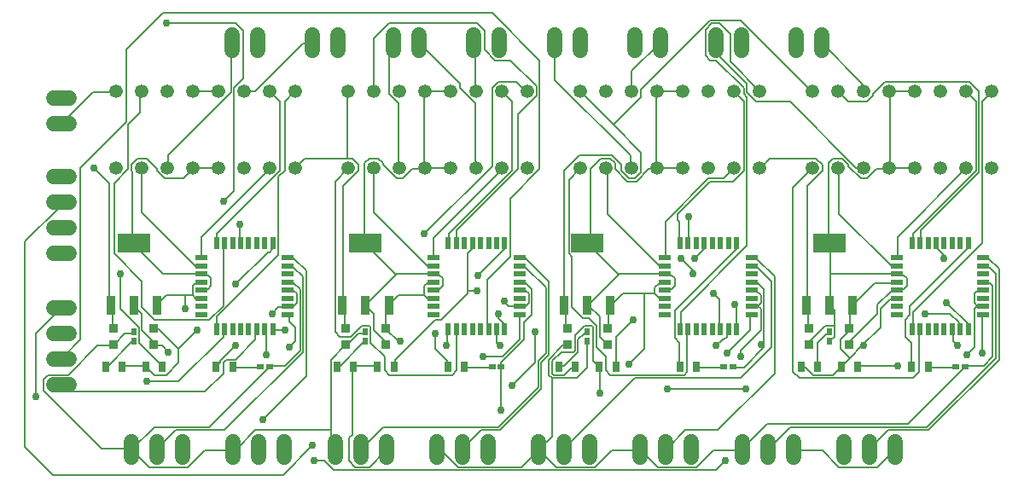
<source format=gbr>
G04 EAGLE Gerber RS-274X export*
G75*
%MOMM*%
%FSLAX34Y34*%
%LPD*%
%INTop Copper*%
%IPPOS*%
%AMOC8*
5,1,8,0,0,1.08239X$1,22.5*%
G01*
G04 Define Apertures*
%ADD10C,1.524000*%
%ADD11C,1.343400*%
%ADD12R,0.897900X1.860300*%
%ADD13R,3.189100X1.860300*%
%ADD14R,0.970200X0.920900*%
%ADD15R,0.500000X0.700000*%
%ADD16R,0.798700X0.973900*%
%ADD17R,0.700000X0.500000*%
%ADD18R,1.270000X0.558800*%
%ADD19R,0.558800X1.270000*%
%ADD20C,0.152400*%
%ADD21C,0.756400*%
D10*
X55720Y242400D02*
X40480Y242400D01*
X40480Y267800D02*
X55720Y267800D01*
X55720Y293200D02*
X40480Y293200D01*
X40480Y318600D02*
X55720Y318600D01*
X217300Y444280D02*
X217300Y459520D01*
X242700Y459520D02*
X242700Y444280D01*
X297300Y444280D02*
X297300Y459520D01*
X322700Y459520D02*
X322700Y444280D01*
X168580Y55720D02*
X168580Y40480D01*
X143180Y40480D02*
X143180Y55720D01*
X117780Y55720D02*
X117780Y40480D01*
X55720Y371000D02*
X40480Y371000D01*
X40480Y396400D02*
X55720Y396400D01*
D11*
X102350Y327470D03*
X127750Y327470D03*
X153150Y327470D03*
X178550Y327470D03*
X203950Y327470D03*
X229350Y327470D03*
X254750Y327470D03*
X280150Y327470D03*
X280150Y403670D03*
X254750Y403670D03*
X229350Y403670D03*
X203950Y403670D03*
X178550Y403670D03*
X153150Y403670D03*
X127750Y403670D03*
X102350Y403670D03*
D12*
X97000Y191213D03*
X120000Y191213D03*
X143000Y191213D03*
D13*
X120000Y252713D03*
D14*
X100000Y152254D03*
X100000Y167746D03*
X140000Y167746D03*
X140000Y152254D03*
D15*
X120000Y164500D03*
X120000Y155500D03*
D16*
X108152Y130000D03*
X91848Y130000D03*
X148152Y130000D03*
X131848Y130000D03*
D10*
X269554Y55720D02*
X269554Y40480D01*
X244154Y40480D02*
X244154Y55720D01*
X218754Y55720D02*
X218754Y40480D01*
X55720Y111900D02*
X40480Y111900D01*
X40480Y137300D02*
X55720Y137300D01*
X55720Y162700D02*
X40480Y162700D01*
X40480Y188100D02*
X55720Y188100D01*
X370529Y55720D02*
X370529Y40480D01*
X345129Y40480D02*
X345129Y55720D01*
X319729Y55720D02*
X319729Y40480D01*
X377300Y444280D02*
X377300Y459520D01*
X402700Y459520D02*
X402700Y444280D01*
X457300Y444280D02*
X457300Y459520D01*
X482700Y459520D02*
X482700Y444280D01*
D11*
X332631Y327470D03*
X358031Y327470D03*
X383431Y327470D03*
X408831Y327470D03*
X434231Y327470D03*
X459631Y327470D03*
X485031Y327470D03*
X510431Y327470D03*
X510431Y403670D03*
X485031Y403670D03*
X459631Y403670D03*
X434231Y403670D03*
X408831Y403670D03*
X383431Y403670D03*
X358031Y403670D03*
X332631Y403670D03*
D12*
X327000Y191213D03*
X350000Y191213D03*
X373000Y191213D03*
D13*
X350000Y252713D03*
D14*
X330000Y152254D03*
X330000Y167746D03*
X370000Y167746D03*
X370000Y152254D03*
D15*
X350000Y164500D03*
X350000Y155500D03*
D16*
X338152Y130000D03*
X321848Y130000D03*
X378152Y130000D03*
X361848Y130000D03*
D10*
X471503Y55720D02*
X471503Y40480D01*
X446103Y40480D02*
X446103Y55720D01*
X420703Y55720D02*
X420703Y40480D01*
X572477Y40480D02*
X572477Y55720D01*
X547077Y55720D02*
X547077Y40480D01*
X521677Y40480D02*
X521677Y55720D01*
X537300Y444280D02*
X537300Y459520D01*
X562700Y459520D02*
X562700Y444280D01*
X617300Y444280D02*
X617300Y459520D01*
X642700Y459520D02*
X642700Y444280D01*
D11*
X562912Y327470D03*
X588312Y327470D03*
X613712Y327470D03*
X639112Y327470D03*
X664512Y327470D03*
X689912Y327470D03*
X715312Y327470D03*
X740712Y327470D03*
X740712Y403670D03*
X715312Y403670D03*
X689912Y403670D03*
X664512Y403670D03*
X639112Y403670D03*
X613712Y403670D03*
X588312Y403670D03*
X562912Y403670D03*
D12*
X547000Y191213D03*
X570000Y191213D03*
X593000Y191213D03*
D13*
X570000Y252713D03*
D14*
X550000Y152254D03*
X550000Y167746D03*
X590000Y167746D03*
X590000Y152254D03*
D15*
X570000Y155500D03*
X570000Y164500D03*
D16*
X558152Y130000D03*
X541848Y130000D03*
X598152Y130000D03*
X581848Y130000D03*
D10*
X673451Y55720D02*
X673451Y40480D01*
X648051Y40480D02*
X648051Y55720D01*
X622651Y55720D02*
X622651Y40480D01*
X774426Y40480D02*
X774426Y55720D01*
X749026Y55720D02*
X749026Y40480D01*
X723626Y40480D02*
X723626Y55720D01*
X697300Y444280D02*
X697300Y459520D01*
X722700Y459520D02*
X722700Y444280D01*
X777300Y444280D02*
X777300Y459520D01*
X802700Y459520D02*
X802700Y444280D01*
D11*
X793193Y327470D03*
X818593Y327470D03*
X843993Y327470D03*
X869393Y327470D03*
X894793Y327470D03*
X920193Y327470D03*
X945593Y327470D03*
X970993Y327470D03*
X970993Y403670D03*
X945593Y403670D03*
X920193Y403670D03*
X894793Y403670D03*
X869393Y403670D03*
X843993Y403670D03*
X818593Y403670D03*
X793193Y403670D03*
D12*
X787000Y191213D03*
X810000Y191213D03*
X833000Y191213D03*
D13*
X810000Y252713D03*
D14*
X790000Y152254D03*
X790000Y167746D03*
X830000Y167746D03*
X830000Y152254D03*
D15*
X810000Y155500D03*
X810000Y164500D03*
D16*
X781848Y130000D03*
X798152Y130000D03*
X838152Y130000D03*
X821848Y130000D03*
D10*
X875400Y55720D02*
X875400Y40480D01*
X850000Y40480D02*
X850000Y55720D01*
X824600Y55720D02*
X824600Y40480D01*
D17*
X254500Y130000D03*
X245500Y130000D03*
D16*
X201848Y130000D03*
X218152Y130000D03*
D17*
X484500Y130000D03*
X475500Y130000D03*
D16*
X431848Y130000D03*
X448152Y130000D03*
D17*
X714500Y130000D03*
X705500Y130000D03*
D16*
X661848Y130000D03*
X678152Y130000D03*
D17*
X944500Y130000D03*
X935500Y130000D03*
D16*
X891848Y130000D03*
X908152Y130000D03*
D18*
X187074Y238000D03*
X187074Y230000D03*
X187074Y222000D03*
X187074Y214000D03*
X187074Y206000D03*
X187074Y198000D03*
X187074Y190000D03*
X187074Y182000D03*
D19*
X202000Y167074D03*
X210000Y167074D03*
X218000Y167074D03*
X226000Y167074D03*
X234000Y167074D03*
X242000Y167074D03*
X250000Y167074D03*
X258000Y167074D03*
D18*
X272926Y182000D03*
X272926Y190000D03*
X272926Y198000D03*
X272926Y206000D03*
X272926Y214000D03*
X272926Y222000D03*
X272926Y230000D03*
X272926Y238000D03*
D19*
X258000Y252926D03*
X250000Y252926D03*
X242000Y252926D03*
X234000Y252926D03*
X226000Y252926D03*
X218000Y252926D03*
X210000Y252926D03*
X202000Y252926D03*
D18*
X417074Y238000D03*
X417074Y230000D03*
X417074Y222000D03*
X417074Y214000D03*
X417074Y206000D03*
X417074Y198000D03*
X417074Y190000D03*
X417074Y182000D03*
D19*
X432000Y167074D03*
X440000Y167074D03*
X448000Y167074D03*
X456000Y167074D03*
X464000Y167074D03*
X472000Y167074D03*
X480000Y167074D03*
X488000Y167074D03*
D18*
X502926Y182000D03*
X502926Y190000D03*
X502926Y198000D03*
X502926Y206000D03*
X502926Y214000D03*
X502926Y222000D03*
X502926Y230000D03*
X502926Y238000D03*
D19*
X488000Y252926D03*
X480000Y252926D03*
X472000Y252926D03*
X464000Y252926D03*
X456000Y252926D03*
X448000Y252926D03*
X440000Y252926D03*
X432000Y252926D03*
D18*
X647074Y238000D03*
X647074Y230000D03*
X647074Y222000D03*
X647074Y214000D03*
X647074Y206000D03*
X647074Y198000D03*
X647074Y190000D03*
X647074Y182000D03*
D19*
X662000Y167074D03*
X670000Y167074D03*
X678000Y167074D03*
X686000Y167074D03*
X694000Y167074D03*
X702000Y167074D03*
X710000Y167074D03*
X718000Y167074D03*
D18*
X732926Y182000D03*
X732926Y190000D03*
X732926Y198000D03*
X732926Y206000D03*
X732926Y214000D03*
X732926Y222000D03*
X732926Y230000D03*
X732926Y238000D03*
D19*
X718000Y252926D03*
X710000Y252926D03*
X702000Y252926D03*
X694000Y252926D03*
X686000Y252926D03*
X678000Y252926D03*
X670000Y252926D03*
X662000Y252926D03*
D18*
X877074Y238000D03*
X877074Y230000D03*
X877074Y222000D03*
X877074Y214000D03*
X877074Y206000D03*
X877074Y198000D03*
X877074Y190000D03*
X877074Y182000D03*
D19*
X892000Y167074D03*
X900000Y167074D03*
X908000Y167074D03*
X916000Y167074D03*
X924000Y167074D03*
X932000Y167074D03*
X940000Y167074D03*
X948000Y167074D03*
D18*
X962926Y182000D03*
X962926Y190000D03*
X962926Y198000D03*
X962926Y206000D03*
X962926Y214000D03*
X962926Y222000D03*
X962926Y230000D03*
X962926Y238000D03*
D19*
X948000Y252926D03*
X940000Y252926D03*
X932000Y252926D03*
X924000Y252926D03*
X916000Y252926D03*
X908000Y252926D03*
X900000Y252926D03*
X892000Y252926D03*
D20*
X278892Y228600D02*
X274320Y228600D01*
X278892Y228600D02*
X288036Y219456D01*
X288036Y144780D01*
X210312Y67056D01*
X161544Y67056D01*
X143256Y48768D01*
X274320Y228600D02*
X272926Y230000D01*
X143256Y48768D02*
X143180Y48100D01*
X409956Y327660D02*
X432816Y327660D01*
X409956Y327660D02*
X408831Y327470D01*
X432816Y327660D02*
X434231Y327470D01*
X432816Y403860D02*
X409956Y403860D01*
X408831Y403670D01*
X432816Y403860D02*
X434231Y403670D01*
X408432Y402336D02*
X408432Y327660D01*
X408831Y327470D01*
X408432Y402336D02*
X408831Y403670D01*
X368808Y155448D02*
X368808Y152400D01*
X368808Y155448D02*
X358140Y166116D01*
X358140Y182880D01*
X350520Y190500D01*
X368808Y152400D02*
X370000Y152254D01*
X350520Y190500D02*
X350000Y191213D01*
X417576Y207264D02*
X423672Y207264D01*
X426720Y210312D01*
X426720Y217932D01*
X423672Y220980D01*
X417576Y220980D01*
X417576Y207264D02*
X417074Y206000D01*
X417576Y220980D02*
X417074Y222000D01*
X381000Y222504D02*
X379476Y222504D01*
X381000Y222504D02*
X416052Y222504D01*
X379476Y222504D02*
X350520Y251460D01*
X416052Y222504D02*
X417074Y222000D01*
X350520Y251460D02*
X350000Y252713D01*
X381000Y222504D02*
X350520Y192024D01*
X350000Y191213D01*
X396240Y326136D02*
X408432Y326136D01*
X396240Y326136D02*
X387096Y316992D01*
X381000Y316992D01*
X367284Y330708D01*
X367284Y332232D01*
X362712Y336804D01*
X353568Y336804D01*
X348996Y332232D01*
X348996Y252984D01*
X408432Y326136D02*
X408831Y327470D01*
X350000Y252713D02*
X348996Y252984D01*
X193548Y207264D02*
X187452Y207264D01*
X193548Y207264D02*
X196596Y210312D01*
X196596Y217932D01*
X193548Y220980D01*
X187452Y220980D01*
X187452Y207264D02*
X187074Y206000D01*
X187452Y220980D02*
X187074Y222000D01*
X185928Y222504D02*
X149352Y222504D01*
X120396Y251460D01*
X185928Y222504D02*
X187074Y222000D01*
X120396Y251460D02*
X120000Y252713D01*
X179832Y327660D02*
X202692Y327660D01*
X179832Y327660D02*
X178550Y327470D01*
X202692Y327660D02*
X203950Y327470D01*
X202692Y403860D02*
X179832Y403860D01*
X178550Y403670D01*
X202692Y403860D02*
X203950Y403670D01*
X118872Y323088D02*
X118872Y252984D01*
X118872Y323088D02*
X117348Y324612D01*
X117348Y330708D01*
X123444Y336804D01*
X132588Y336804D01*
X143256Y326136D01*
X143256Y324612D01*
X150876Y316992D01*
X169164Y316992D01*
X178308Y326136D01*
X120000Y252713D02*
X118872Y252984D01*
X178308Y326136D02*
X178550Y327470D01*
X870204Y327660D02*
X894588Y327660D01*
X894793Y327470D01*
X894588Y403860D02*
X870204Y403860D01*
X869393Y403670D01*
X894588Y403860D02*
X894793Y403670D01*
X870204Y402336D02*
X870204Y327660D01*
X869393Y327470D01*
X870204Y402336D02*
X869393Y403670D01*
X830580Y155448D02*
X830580Y152400D01*
X830580Y155448D02*
X858012Y182880D01*
X858012Y192024D01*
X871728Y205740D01*
X876300Y205740D01*
X830580Y152400D02*
X830000Y152254D01*
X876300Y205740D02*
X877074Y206000D01*
X877824Y220980D02*
X883920Y220980D01*
X886968Y217932D01*
X886968Y210312D01*
X883920Y207264D01*
X877824Y207264D01*
X877824Y220980D02*
X877074Y222000D01*
X877824Y207264D02*
X877074Y206000D01*
X812292Y156972D02*
X810768Y156972D01*
X812292Y156972D02*
X815340Y160020D01*
X815340Y170688D02*
X815340Y185928D01*
X815340Y170688D02*
X815340Y160020D01*
X815340Y185928D02*
X810768Y190500D01*
X810768Y156972D02*
X810000Y155500D01*
X810768Y190500D02*
X810000Y191213D01*
X790956Y155448D02*
X790956Y152400D01*
X790956Y155448D02*
X806196Y170688D01*
X815340Y170688D01*
X790956Y152400D02*
X790000Y152254D01*
X810768Y192024D02*
X810768Y222504D01*
X810768Y251460D01*
X810000Y252713D01*
X810768Y192024D02*
X810000Y191213D01*
X810768Y222504D02*
X876300Y222504D01*
X877074Y222000D01*
X868680Y326136D02*
X856488Y326136D01*
X847344Y316992D01*
X841248Y316992D01*
X829056Y329184D01*
X829056Y330708D01*
X822960Y336804D01*
X813816Y336804D01*
X809244Y332232D01*
X809244Y252984D01*
X868680Y326136D02*
X869393Y327470D01*
X810000Y252713D02*
X809244Y252984D01*
X664464Y327660D02*
X640080Y327660D01*
X639112Y327470D01*
X664464Y327660D02*
X664512Y327470D01*
X664464Y403860D02*
X640080Y403860D01*
X639112Y403670D01*
X664464Y403860D02*
X664512Y403670D01*
X638556Y402336D02*
X638556Y327660D01*
X639112Y327470D01*
X638556Y402336D02*
X639112Y403670D01*
X582168Y160020D02*
X589788Y152400D01*
X582168Y160020D02*
X582168Y179832D01*
X571500Y190500D01*
X589788Y152400D02*
X590000Y152254D01*
X571500Y190500D02*
X570000Y191213D01*
X647700Y207264D02*
X653796Y207264D01*
X656844Y210312D01*
X656844Y217932D01*
X653796Y220980D01*
X647700Y220980D01*
X647700Y207264D02*
X647074Y206000D01*
X647700Y220980D02*
X647074Y222000D01*
X601980Y222504D02*
X600456Y222504D01*
X601980Y222504D02*
X646176Y222504D01*
X600456Y222504D02*
X571500Y251460D01*
X646176Y222504D02*
X647074Y222000D01*
X571500Y251460D02*
X570000Y252713D01*
X601980Y222504D02*
X571500Y192024D01*
X570000Y191213D01*
X630936Y326136D02*
X638556Y326136D01*
X630936Y326136D02*
X618744Y313944D01*
X609600Y313944D01*
X597408Y326136D01*
X597408Y332232D01*
X592836Y336804D01*
X583692Y336804D01*
X573024Y326136D01*
X573024Y254508D01*
X571500Y252984D01*
X638556Y326136D02*
X639112Y327470D01*
X571500Y252984D02*
X570000Y252713D01*
X348996Y163068D02*
X342900Y163068D01*
X330708Y150876D01*
X348996Y163068D02*
X350000Y164500D01*
X330000Y152254D02*
X330708Y150876D01*
X329184Y150876D02*
X315468Y137160D01*
X315468Y67056D02*
X315468Y51816D01*
X315468Y67056D02*
X315468Y137160D01*
X315468Y51816D02*
X318516Y48768D01*
X329184Y150876D02*
X330000Y152254D01*
X318516Y48768D02*
X319729Y48100D01*
X222504Y48768D02*
X219456Y48768D01*
X222504Y48768D02*
X240792Y67056D01*
X315468Y67056D01*
X219456Y48768D02*
X218754Y48100D01*
X254508Y131064D02*
X269748Y131064D01*
X284988Y146304D01*
X284988Y207264D01*
X278892Y213360D01*
X274320Y213360D01*
X254508Y131064D02*
X254500Y130000D01*
X274320Y213360D02*
X272926Y214000D01*
X138684Y155448D02*
X138684Y152400D01*
X138684Y155448D02*
X128016Y166116D01*
X128016Y182880D01*
X120396Y190500D01*
X138684Y152400D02*
X140000Y152254D01*
X120396Y190500D02*
X120000Y191213D01*
X118872Y163068D02*
X111252Y163068D01*
X100584Y152400D01*
X118872Y163068D02*
X120000Y164500D01*
X100584Y152400D02*
X100000Y152254D01*
X99060Y150876D02*
X83820Y150876D01*
X54864Y121920D01*
X35052Y121920D01*
X30480Y117348D01*
X30480Y106680D01*
X88392Y48768D01*
X117348Y48768D01*
X99060Y150876D02*
X100000Y152254D01*
X117348Y48768D02*
X117780Y48100D01*
X140208Y150876D02*
X147828Y150876D01*
X153924Y144780D01*
X140208Y150876D02*
X140000Y152254D01*
X252984Y129540D02*
X252984Y128016D01*
X195072Y70104D01*
X140208Y70104D01*
X118872Y48768D01*
X252984Y129540D02*
X254500Y130000D01*
X118872Y48768D02*
X117780Y48100D01*
X190500Y47244D02*
X217932Y47244D01*
X190500Y47244D02*
X173736Y30480D01*
X135636Y30480D01*
X118872Y47244D01*
X217932Y47244D02*
X218754Y48100D01*
X118872Y47244D02*
X117780Y48100D01*
X714756Y129540D02*
X725424Y129540D01*
X745236Y149352D01*
X745236Y152400D02*
X745236Y207264D01*
X745236Y152400D02*
X745236Y149352D01*
X745236Y207264D02*
X739140Y213360D01*
X733044Y213360D01*
X714500Y130000D02*
X714756Y129540D01*
X733044Y213360D02*
X732926Y214000D01*
X484632Y134112D02*
X484632Y131064D01*
X484632Y134112D02*
X507492Y156972D01*
X507492Y173736D01*
X515112Y181356D01*
X515112Y207264D01*
X509016Y213360D01*
X504444Y213360D01*
X484632Y131064D02*
X484500Y130000D01*
X504444Y213360D02*
X502926Y214000D01*
X944880Y131064D02*
X963168Y131064D01*
X972312Y140208D01*
X972312Y210312D01*
X969264Y213360D01*
X963168Y213360D01*
X944880Y131064D02*
X944500Y130000D01*
X963168Y213360D02*
X962926Y214000D01*
X569976Y155448D02*
X569976Y129540D01*
X559308Y118872D01*
X534924Y118872D01*
X531876Y121920D01*
X531876Y137160D01*
X545592Y150876D01*
X548640Y150876D01*
X569976Y155448D02*
X570000Y155500D01*
X550000Y152254D02*
X548640Y150876D01*
X534924Y118872D02*
X534924Y60960D01*
X522732Y48768D01*
X521677Y48100D01*
X425196Y47244D02*
X422148Y47244D01*
X425196Y47244D02*
X441960Y30480D01*
X504444Y30480D01*
X521208Y47244D01*
X422148Y47244D02*
X420703Y48100D01*
X521208Y47244D02*
X521677Y48100D01*
X594360Y47244D02*
X621792Y47244D01*
X594360Y47244D02*
X577596Y30480D01*
X539496Y30480D01*
X522732Y47244D01*
X621792Y47244D02*
X622651Y48100D01*
X522732Y47244D02*
X521677Y48100D01*
X694944Y47244D02*
X722376Y47244D01*
X694944Y47244D02*
X678180Y30480D01*
X640080Y30480D01*
X623316Y47244D01*
X722376Y47244D02*
X723626Y48100D01*
X623316Y47244D02*
X622651Y48100D01*
X943356Y128016D02*
X943356Y129540D01*
X943356Y128016D02*
X888492Y73152D01*
X748284Y73152D01*
X723900Y48768D01*
X943356Y129540D02*
X944500Y130000D01*
X723900Y48768D02*
X723626Y48100D01*
X484632Y86868D02*
X484632Y129540D01*
X484500Y130000D01*
X742188Y152400D02*
X745236Y152400D01*
D21*
X153924Y144780D03*
X484632Y86868D03*
X742188Y152400D03*
D20*
X118872Y155448D02*
X92964Y129540D01*
X118872Y155448D02*
X120000Y155500D01*
X92964Y129540D02*
X91848Y130000D01*
X124968Y153924D02*
X147828Y131064D01*
X124968Y153924D02*
X124968Y169164D01*
X106680Y187452D01*
X106680Y222504D01*
X147828Y131064D02*
X148152Y130000D01*
X225552Y252984D02*
X225552Y271272D01*
X225552Y252984D02*
X226000Y252926D01*
X838200Y131064D02*
X877824Y131064D01*
X923544Y237744D02*
X923544Y240792D01*
X917448Y246888D01*
X917448Y251460D01*
X838200Y131064D02*
X838152Y130000D01*
X917448Y251460D02*
X916000Y252926D01*
X379476Y137160D02*
X379476Y131064D01*
X379476Y137160D02*
X419100Y176784D01*
X425196Y176784D01*
X451104Y202692D01*
X451104Y205740D02*
X451104Y242316D01*
X451104Y205740D02*
X451104Y202692D01*
X451104Y242316D02*
X455676Y246888D01*
X455676Y251460D01*
X379476Y131064D02*
X378152Y130000D01*
X455676Y251460D02*
X456000Y252926D01*
X598932Y160020D02*
X598932Y131064D01*
X598932Y160020D02*
X615696Y176784D01*
X676656Y237744D02*
X685800Y246888D01*
X685800Y251460D01*
X598932Y131064D02*
X598152Y130000D01*
X685800Y251460D02*
X686000Y252926D01*
X460248Y205740D02*
X451104Y205740D01*
D21*
X106680Y222504D03*
X225552Y271272D03*
X877824Y131064D03*
X923544Y237744D03*
X615696Y176784D03*
X676656Y237744D03*
X460248Y205740D03*
D20*
X789432Y188976D02*
X789432Y169164D01*
X789432Y188976D02*
X787908Y190500D01*
X789432Y169164D02*
X790000Y167746D01*
X787908Y190500D02*
X787000Y191213D01*
X787908Y192024D02*
X787908Y309372D01*
X803148Y324612D01*
X803148Y330708D01*
X797052Y336804D01*
X751332Y336804D01*
X742188Y327660D01*
X787908Y192024D02*
X787000Y191213D01*
X742188Y327660D02*
X740712Y327470D01*
X99060Y188976D02*
X99060Y169164D01*
X99060Y188976D02*
X97536Y190500D01*
X99060Y169164D02*
X100000Y167746D01*
X97536Y190500D02*
X97000Y191213D01*
X96012Y192024D02*
X96012Y312420D01*
X80772Y327660D01*
X96012Y192024D02*
X97000Y191213D01*
X102108Y402336D02*
X79248Y402336D01*
X48768Y371856D01*
X102108Y402336D02*
X102350Y403670D01*
X48768Y371856D02*
X48100Y371000D01*
X329184Y188976D02*
X329184Y169164D01*
X329184Y188976D02*
X327660Y190500D01*
X329184Y169164D02*
X330000Y167746D01*
X327660Y190500D02*
X327000Y191213D01*
X327660Y192024D02*
X327660Y309372D01*
X342900Y324612D01*
X342900Y330708D01*
X336804Y336804D01*
X332232Y336804D02*
X289560Y336804D01*
X332232Y336804D02*
X336804Y336804D01*
X289560Y336804D02*
X280416Y327660D01*
X327660Y192024D02*
X327000Y191213D01*
X280150Y327470D02*
X280416Y327660D01*
X332232Y336804D02*
X332232Y402336D01*
X332631Y403670D01*
X548640Y188976D02*
X548640Y169164D01*
X548640Y188976D02*
X547116Y190500D01*
X548640Y169164D02*
X550000Y167746D01*
X547116Y190500D02*
X547000Y191213D01*
X547116Y192024D02*
X547116Y324612D01*
X562356Y339852D01*
X594360Y339852D01*
X603504Y330708D01*
X603504Y324612D01*
X611124Y316992D01*
X617220Y316992D01*
X623316Y323088D01*
X623316Y342900D01*
X595884Y370332D02*
X563880Y402336D01*
X595884Y370332D02*
X623316Y342900D01*
X547116Y192024D02*
X547000Y191213D01*
X563880Y402336D02*
X562912Y403670D01*
X722376Y473964D02*
X792480Y403860D01*
X722376Y473964D02*
X691896Y473964D01*
X623316Y405384D01*
X623316Y397764D01*
X595884Y370332D01*
X792480Y403860D02*
X793193Y403670D01*
D21*
X80772Y327660D03*
D20*
X274320Y181356D02*
X274320Y175260D01*
X280416Y169164D01*
X280416Y155448D01*
X274320Y149352D01*
X466344Y140208D02*
X486156Y140208D01*
X502920Y156972D01*
X502920Y181356D01*
X274320Y181356D02*
X272926Y182000D01*
X502920Y181356D02*
X502926Y182000D01*
X731520Y181356D02*
X731520Y166116D01*
X708660Y143256D01*
X731520Y181356D02*
X732926Y182000D01*
X961644Y181356D02*
X961644Y143256D01*
X961644Y181356D02*
X962926Y182000D01*
X47244Y289560D02*
X47244Y292608D01*
X47244Y289560D02*
X12192Y254508D01*
X12192Y50292D01*
X39624Y22860D01*
X268224Y22860D01*
X297180Y51816D01*
X48100Y293200D02*
X47244Y292608D01*
D21*
X274320Y149352D03*
X466344Y140208D03*
X708660Y143256D03*
X961644Y143256D03*
X297180Y51816D03*
D20*
X717804Y167640D02*
X717804Y190500D01*
X716280Y192024D01*
X926592Y193548D02*
X947928Y172212D01*
X947928Y167640D01*
X718000Y167074D02*
X717804Y167640D01*
X947928Y167640D02*
X948000Y167074D01*
X269748Y166116D02*
X259080Y166116D01*
X481584Y178308D02*
X481584Y182880D01*
X481584Y178308D02*
X487680Y172212D01*
X487680Y167640D01*
X259080Y166116D02*
X258000Y167074D01*
X487680Y167640D02*
X488000Y167074D01*
X220980Y470916D02*
X152400Y470916D01*
X220980Y470916D02*
X228600Y463296D01*
X228600Y416052D01*
X219456Y406908D01*
X219456Y304800D01*
X208788Y294132D01*
X649224Y108204D02*
X726948Y108204D01*
D21*
X716280Y192024D03*
X926592Y193548D03*
X269748Y166116D03*
X481584Y182880D03*
X152400Y470916D03*
X208788Y294132D03*
X726948Y108204D03*
X649224Y108204D03*
D20*
X251460Y141732D02*
X251460Y166116D01*
X250000Y167074D01*
X480060Y166116D02*
X480060Y153924D01*
X483108Y150876D01*
X697992Y150876D02*
X704088Y156972D01*
X705612Y156972D01*
X708660Y160020D01*
X708660Y166116D01*
X480060Y166116D02*
X480000Y167074D01*
X708660Y166116D02*
X710000Y167074D01*
X938784Y167640D02*
X938784Y173736D01*
X929640Y182880D01*
X905256Y182880D01*
X938784Y167640D02*
X940000Y167074D01*
X309372Y36576D02*
X298704Y36576D01*
X309372Y36576D02*
X318516Y27432D01*
X697992Y27432D01*
X707136Y36576D01*
D21*
X251460Y141732D03*
X483108Y150876D03*
X697992Y150876D03*
X905256Y182880D03*
X298704Y36576D03*
X707136Y36576D03*
D20*
X144780Y167640D02*
X140208Y167640D01*
X144780Y167640D02*
X164592Y147828D01*
X164592Y134112D01*
X152400Y121920D01*
X140208Y121920D01*
X132588Y129540D01*
X140208Y167640D02*
X140000Y167746D01*
X131848Y130000D02*
X132588Y129540D01*
X131064Y131064D02*
X108204Y131064D01*
X108152Y130000D01*
X131064Y131064D02*
X131848Y130000D01*
X181356Y198120D02*
X185928Y198120D01*
X181356Y198120D02*
X178308Y201168D01*
X178308Y210312D01*
X181356Y213360D01*
X185928Y213360D01*
X185928Y198120D02*
X187074Y198000D01*
X185928Y213360D02*
X187074Y214000D01*
X170688Y201168D02*
X152400Y201168D01*
X170688Y201168D02*
X178308Y201168D01*
X152400Y201168D02*
X143256Y192024D01*
X143000Y191213D01*
X274320Y190500D02*
X278892Y190500D01*
X281940Y193548D01*
X281940Y202692D01*
X278892Y205740D01*
X274320Y205740D01*
X274320Y190500D02*
X272926Y190000D01*
X274320Y205740D02*
X272926Y206000D01*
X272796Y188976D02*
X263652Y188976D01*
X257556Y182880D01*
X272796Y188976D02*
X272926Y190000D01*
X170688Y187452D02*
X170688Y201168D01*
X182880Y166116D02*
X164592Y147828D01*
D21*
X257556Y182880D03*
X170688Y187452D03*
X182880Y166116D03*
D20*
X230124Y403860D02*
X240792Y403860D01*
X288036Y451104D01*
X297180Y451104D01*
X230124Y403860D02*
X229350Y403670D01*
X297180Y451104D02*
X297300Y451900D01*
X153924Y339852D02*
X153924Y327660D01*
X153924Y339852D02*
X216408Y402336D01*
X216408Y451104D01*
X153924Y327660D02*
X153150Y327470D01*
X216408Y451104D02*
X217300Y451900D01*
X274320Y237744D02*
X278892Y237744D01*
X291084Y225552D01*
X291084Y120396D01*
X248412Y77724D01*
X274320Y237744D02*
X272926Y238000D01*
D21*
X248412Y77724D03*
D20*
X240792Y156972D02*
X240792Y166116D01*
X240792Y156972D02*
X220980Y137160D01*
X211836Y137160D01*
X208788Y134112D01*
X208788Y123444D01*
X190500Y105156D01*
X54864Y105156D01*
X48768Y111252D01*
X240792Y166116D02*
X242000Y167074D01*
X48768Y111252D02*
X48100Y111900D01*
X504444Y228600D02*
X509016Y228600D01*
X528828Y208788D01*
X528828Y143256D01*
X521208Y135636D01*
X521208Y109728D01*
X481584Y70104D01*
X367284Y70104D01*
X345948Y48768D01*
X504444Y228600D02*
X502926Y230000D01*
X345948Y48768D02*
X345129Y48100D01*
X504444Y190500D02*
X509016Y190500D01*
X512064Y193548D01*
X512064Y202692D01*
X509016Y205740D01*
X504444Y205740D01*
X504444Y190500D02*
X502926Y190000D01*
X504444Y205740D02*
X502926Y206000D01*
X502920Y190500D02*
X492252Y190500D01*
X487680Y195072D01*
X518160Y164592D02*
X518160Y134112D01*
X495300Y111252D01*
X502926Y190000D02*
X502920Y190500D01*
X416052Y198120D02*
X411480Y198120D01*
X408432Y201168D01*
X408432Y210312D01*
X411480Y213360D01*
X416052Y213360D01*
X416052Y198120D02*
X417074Y198000D01*
X416052Y213360D02*
X417074Y214000D01*
X370332Y188976D02*
X370332Y169164D01*
X370332Y188976D02*
X371856Y190500D01*
X370332Y169164D02*
X370000Y167746D01*
X371856Y190500D02*
X373000Y191213D01*
X382524Y201168D02*
X408432Y201168D01*
X382524Y201168D02*
X373380Y192024D01*
X373000Y191213D01*
X361188Y131064D02*
X338328Y131064D01*
X338152Y130000D01*
X361188Y131064D02*
X361848Y130000D01*
X336804Y129540D02*
X336804Y62484D01*
X333756Y59436D01*
X333756Y36576D01*
X339852Y30480D01*
X353568Y30480D01*
X370332Y47244D01*
X338152Y130000D02*
X336804Y129540D01*
X370529Y48100D02*
X370332Y47244D01*
X382524Y155448D02*
X370332Y167640D01*
X382524Y155448D02*
X384048Y155448D01*
X370332Y167640D02*
X370000Y167746D01*
D21*
X487680Y195072D03*
X518160Y164592D03*
X495300Y111252D03*
X384048Y155448D03*
D20*
X504444Y237744D02*
X509016Y237744D01*
X531876Y214884D01*
X531876Y141732D01*
X524256Y134112D01*
X524256Y108204D01*
X483108Y67056D01*
X464820Y67056D01*
X446532Y48768D01*
X502926Y238000D02*
X504444Y237744D01*
X446532Y48768D02*
X446103Y48100D01*
X458724Y327660D02*
X458724Y391668D01*
X443484Y406908D01*
X443484Y411480D01*
X403860Y451104D01*
X458724Y327660D02*
X459631Y327470D01*
X403860Y451104D02*
X402700Y451900D01*
X382524Y391668D02*
X382524Y327660D01*
X382524Y391668D02*
X373380Y400812D01*
X373380Y448056D01*
X376428Y451104D01*
X382524Y327660D02*
X383431Y327470D01*
X376428Y451104D02*
X377300Y451900D01*
X458724Y451104D02*
X458724Y403860D01*
X459631Y403670D01*
X458724Y451104D02*
X457300Y451900D01*
X348996Y155448D02*
X323088Y129540D01*
X348996Y155448D02*
X350000Y155500D01*
X323088Y129540D02*
X321848Y130000D01*
X470916Y167640D02*
X470916Y216408D01*
X493776Y239268D01*
X493776Y297180D01*
X522732Y326136D01*
X522732Y434340D01*
X475488Y481584D01*
X149352Y481584D01*
X112776Y445008D01*
X112776Y373380D01*
X67056Y327660D01*
X67056Y156972D01*
X48768Y138684D01*
X470916Y167640D02*
X472000Y167074D01*
X48768Y138684D02*
X48100Y137300D01*
X733044Y228600D02*
X739140Y228600D01*
X752856Y214884D01*
X752856Y149352D01*
X722376Y118872D01*
X617220Y118872D01*
X547116Y48768D01*
X733044Y228600D02*
X732926Y230000D01*
X547116Y48768D02*
X547077Y48100D01*
X614172Y403860D02*
X614172Y423672D01*
X641604Y451104D01*
X614172Y403860D02*
X613712Y403670D01*
X641604Y451104D02*
X642700Y451900D01*
X641604Y198120D02*
X646176Y198120D01*
X641604Y198120D02*
X637032Y202692D01*
X637032Y208788D01*
X641604Y213360D01*
X646176Y213360D01*
X646176Y198120D02*
X647074Y198000D01*
X646176Y213360D02*
X647074Y214000D01*
X591312Y188976D02*
X591312Y169164D01*
X591312Y188976D02*
X592836Y190500D01*
X591312Y169164D02*
X590000Y167746D01*
X592836Y190500D02*
X593000Y191213D01*
X605028Y202692D02*
X626364Y202692D01*
X637032Y202692D01*
X605028Y202692D02*
X594360Y192024D01*
X593000Y191213D01*
X557784Y129540D02*
X554736Y129540D01*
X547116Y121920D01*
X536448Y121920D01*
X534924Y123444D01*
X534924Y135636D01*
X544068Y144780D01*
X556260Y144780D01*
X557784Y146304D01*
X557784Y161544D01*
X566928Y170688D01*
X574548Y170688D01*
X576072Y169164D01*
X576072Y135636D01*
X580644Y131064D01*
X558152Y130000D02*
X557784Y129540D01*
X580644Y131064D02*
X581848Y130000D01*
X733044Y190500D02*
X739140Y190500D01*
X742188Y193548D01*
X742188Y201168D01*
X737616Y205740D01*
X733044Y205740D01*
X733044Y190500D02*
X732926Y190000D01*
X733044Y205740D02*
X732926Y206000D01*
X739140Y190500D02*
X742188Y187452D01*
X742188Y166116D01*
X722376Y146304D01*
X722376Y140208D01*
X732926Y190000D02*
X739140Y190500D01*
X582168Y129540D02*
X582168Y103632D01*
X582168Y129540D02*
X581848Y130000D01*
X626364Y147828D02*
X626364Y202692D01*
X626364Y147828D02*
X611124Y132588D01*
D21*
X722376Y140208D03*
X582168Y103632D03*
X611124Y132588D03*
D20*
X612648Y327660D02*
X612648Y339852D01*
X537972Y414528D01*
X537972Y451104D01*
X612648Y327660D02*
X613712Y327470D01*
X537972Y451104D02*
X537300Y451900D01*
X733044Y237744D02*
X737616Y237744D01*
X755904Y219456D01*
X755904Y123444D01*
X699516Y67056D01*
X667512Y67056D01*
X649224Y48768D01*
X733044Y237744D02*
X732926Y238000D01*
X649224Y48768D02*
X648051Y48100D01*
X569976Y163068D02*
X566928Y163068D01*
X560832Y156972D01*
X560832Y144780D01*
X547116Y131064D01*
X542544Y131064D01*
X569976Y163068D02*
X570000Y164500D01*
X542544Y131064D02*
X541848Y130000D01*
X701040Y167640D02*
X701040Y196596D01*
X694944Y202692D01*
X675132Y222504D02*
X675132Y225552D01*
X662940Y237744D01*
X701040Y167640D02*
X702000Y167074D01*
D21*
X694944Y202692D03*
X675132Y222504D03*
X662940Y237744D03*
D20*
X963168Y228600D02*
X969264Y228600D01*
X975360Y222504D01*
X975360Y138684D01*
X906780Y70104D01*
X771144Y70104D01*
X749808Y48768D01*
X963168Y228600D02*
X962926Y230000D01*
X749808Y48768D02*
X749026Y48100D01*
X842772Y403860D02*
X842772Y411480D01*
X803148Y451104D01*
X842772Y403860D02*
X843993Y403670D01*
X803148Y451104D02*
X802700Y451900D01*
X932688Y166116D02*
X932688Y155448D01*
X937260Y150876D01*
X22860Y163068D02*
X22860Y100584D01*
X22860Y163068D02*
X47244Y187452D01*
X932000Y167074D02*
X932688Y166116D01*
X48100Y188100D02*
X47244Y187452D01*
D21*
X937260Y150876D03*
X22860Y100584D03*
D20*
X830580Y169164D02*
X830580Y188976D01*
X832104Y190500D01*
X830580Y169164D02*
X830000Y167746D01*
X832104Y190500D02*
X833000Y191213D01*
X854964Y213360D02*
X876300Y213360D01*
X854964Y213360D02*
X833628Y192024D01*
X876300Y213360D02*
X877074Y214000D01*
X833628Y192024D02*
X833000Y191213D01*
X786384Y129540D02*
X783336Y129540D01*
X786384Y129540D02*
X794004Y121920D01*
X813816Y121920D01*
X821436Y129540D01*
X783336Y129540D02*
X781848Y130000D01*
X821436Y129540D02*
X821848Y130000D01*
X870204Y196596D02*
X876300Y196596D01*
X870204Y196596D02*
X861060Y187452D01*
X861060Y169164D01*
X830580Y138684D02*
X822960Y131064D01*
X830580Y138684D02*
X842772Y150876D01*
X861060Y169164D01*
X876300Y196596D02*
X877074Y198000D01*
X822960Y131064D02*
X821848Y130000D01*
X829056Y164592D02*
X829056Y167640D01*
X829056Y164592D02*
X821436Y156972D01*
X821436Y147828D01*
X830580Y138684D01*
X829056Y167640D02*
X830000Y167746D01*
X957072Y190500D02*
X961644Y190500D01*
X957072Y190500D02*
X954024Y193548D01*
X954024Y202692D01*
X957072Y205740D01*
X961644Y205740D01*
X961644Y190500D02*
X962926Y190000D01*
X961644Y205740D02*
X962926Y206000D01*
X957072Y190500D02*
X954024Y187452D01*
X954024Y149352D01*
X946404Y141732D01*
X957072Y190500D02*
X962926Y190000D01*
X803148Y47244D02*
X775716Y47244D01*
X803148Y47244D02*
X819912Y30480D01*
X858012Y30480D01*
X874776Y47244D01*
X775716Y47244D02*
X774426Y48100D01*
X874776Y47244D02*
X875400Y48100D01*
X844296Y150876D02*
X842772Y150876D01*
D21*
X946404Y141732D03*
X844296Y150876D03*
D20*
X842772Y327660D02*
X836676Y327660D01*
X771144Y393192D01*
X737616Y393192D01*
X728472Y402336D01*
X728472Y411480D01*
X697992Y441960D01*
X697992Y451104D01*
X842772Y327660D02*
X843993Y327470D01*
X697992Y451104D02*
X697300Y451900D01*
X963168Y237744D02*
X967740Y237744D01*
X978408Y227076D01*
X978408Y137160D01*
X908304Y67056D01*
X868680Y67056D01*
X850392Y48768D01*
X963168Y237744D02*
X962926Y238000D01*
X850392Y48768D02*
X850000Y48100D01*
X809244Y163068D02*
X807720Y163068D01*
X798576Y153924D01*
X798576Y131064D01*
X809244Y163068D02*
X810000Y164500D01*
X798576Y131064D02*
X798152Y130000D01*
X202692Y167640D02*
X202692Y179832D01*
X263652Y240792D01*
X263652Y318516D01*
X269748Y324612D01*
X269748Y393192D01*
X278892Y402336D01*
X202692Y167640D02*
X202000Y167074D01*
X278892Y402336D02*
X280150Y403670D01*
X208788Y166116D02*
X208788Y160020D01*
X164592Y115824D01*
X132588Y115824D01*
X208788Y166116D02*
X210000Y167074D01*
D21*
X132588Y115824D03*
D20*
X181356Y230124D02*
X185928Y230124D01*
X181356Y230124D02*
X128016Y283464D01*
X128016Y326136D01*
X185928Y230124D02*
X187074Y230000D01*
X128016Y326136D02*
X127750Y327470D01*
X187452Y259080D02*
X187452Y239268D01*
X187452Y259080D02*
X254508Y326136D01*
X187452Y239268D02*
X187074Y238000D01*
X254508Y326136D02*
X254750Y327470D01*
X202692Y262128D02*
X202692Y252984D01*
X202692Y262128D02*
X265176Y324612D01*
X265176Y393192D01*
X256032Y402336D01*
X202692Y252984D02*
X202000Y252926D01*
X256032Y402336D02*
X254750Y403670D01*
X208788Y251460D02*
X208788Y190500D01*
X195072Y176784D01*
X140208Y176784D01*
X128016Y188976D01*
X128016Y214884D01*
X100584Y242316D01*
X100584Y312420D01*
X114300Y326136D01*
X114300Y370332D01*
X126492Y382524D01*
X126492Y402336D01*
X210000Y252926D02*
X208788Y251460D01*
X126492Y402336D02*
X127750Y403670D01*
X411480Y230124D02*
X416052Y230124D01*
X411480Y230124D02*
X358140Y283464D01*
X358140Y326136D01*
X416052Y230124D02*
X417074Y230000D01*
X358140Y326136D02*
X358031Y327470D01*
X417576Y257556D02*
X417576Y239268D01*
X417576Y257556D02*
X486156Y326136D01*
X417576Y239268D02*
X417074Y238000D01*
X486156Y326136D02*
X485031Y327470D01*
X432816Y262128D02*
X432816Y252984D01*
X432816Y262128D02*
X495300Y324612D01*
X495300Y393192D01*
X486156Y402336D01*
X432816Y252984D02*
X432000Y252926D01*
X486156Y402336D02*
X485031Y403670D01*
X440436Y265176D02*
X440436Y252984D01*
X440436Y265176D02*
X501396Y326136D01*
X501396Y381000D01*
X519684Y399288D01*
X519684Y408432D01*
X493776Y434340D01*
X478536Y434340D01*
X467868Y445008D01*
X467868Y463296D01*
X460248Y470916D01*
X373380Y470916D01*
X358140Y455676D01*
X358140Y403860D01*
X440000Y252926D02*
X440436Y252984D01*
X358031Y403670D02*
X358140Y403860D01*
X899160Y166116D02*
X899160Y124968D01*
X893064Y118872D01*
X780288Y118872D01*
X774192Y124968D01*
X774192Y307848D01*
X792480Y326136D01*
X900000Y167074D02*
X899160Y166116D01*
X792480Y326136D02*
X793193Y327470D01*
X893064Y184404D02*
X893064Y167640D01*
X893064Y184404D02*
X961644Y252984D01*
X961644Y393192D01*
X970788Y402336D01*
X893064Y167640D02*
X892000Y167074D01*
X970788Y402336D02*
X970993Y403670D01*
X876300Y230124D02*
X871728Y230124D01*
X819912Y281940D01*
X819912Y326136D01*
X876300Y230124D02*
X877074Y230000D01*
X819912Y326136D02*
X818593Y327470D01*
X877824Y259080D02*
X877824Y239268D01*
X877824Y259080D02*
X944880Y326136D01*
X877824Y239268D02*
X877074Y238000D01*
X944880Y326136D02*
X945593Y327470D01*
X893064Y262128D02*
X893064Y252984D01*
X893064Y262128D02*
X955548Y324612D01*
X955548Y393192D01*
X946404Y402336D01*
X893064Y252984D02*
X892000Y252926D01*
X946404Y402336D02*
X945593Y403670D01*
X900684Y265176D02*
X900684Y252984D01*
X900684Y265176D02*
X958596Y323088D01*
X958596Y403860D01*
X949452Y413004D01*
X865632Y413004D01*
X853440Y400812D01*
X853440Y399288D01*
X847344Y393192D01*
X829056Y393192D01*
X819912Y402336D01*
X900000Y252926D02*
X900684Y252984D01*
X819912Y402336D02*
X818593Y403670D01*
X662940Y184404D02*
X662940Y167640D01*
X662940Y184404D02*
X728472Y249936D01*
X728472Y397764D01*
X725424Y400812D01*
X725424Y406908D01*
X697992Y434340D01*
X691896Y434340D01*
X687324Y438912D01*
X687324Y464820D01*
X693420Y470916D01*
X701040Y470916D01*
X711708Y460248D01*
X711708Y432816D01*
X740664Y403860D01*
X662940Y167640D02*
X662000Y167074D01*
X740712Y403670D02*
X740664Y403860D01*
X646176Y230124D02*
X641604Y230124D01*
X589788Y281940D01*
X589788Y326136D01*
X646176Y230124D02*
X647074Y230000D01*
X589788Y326136D02*
X588312Y327470D01*
X647700Y274320D02*
X647700Y239268D01*
X647700Y274320D02*
X690372Y316992D01*
X705612Y316992D01*
X714756Y326136D01*
X647700Y239268D02*
X647074Y238000D01*
X714756Y326136D02*
X715312Y327470D01*
X661416Y274320D02*
X661416Y252984D01*
X661416Y274320D02*
X659892Y275844D01*
X659892Y281940D01*
X691896Y313944D01*
X714756Y313944D01*
X725424Y324612D01*
X725424Y393192D01*
X716280Y402336D01*
X662000Y252926D02*
X661416Y252984D01*
X716280Y402336D02*
X715312Y403670D01*
X670560Y278892D02*
X670560Y252984D01*
X670000Y252926D01*
D21*
X670560Y278892D03*
D20*
X245364Y129540D02*
X219456Y129540D01*
X245364Y129540D02*
X245500Y130000D01*
X219456Y129540D02*
X218152Y130000D01*
X205740Y134112D02*
X202692Y131064D01*
X205740Y134112D02*
X205740Y135636D01*
X220980Y150876D01*
X220980Y211836D02*
X252984Y243840D01*
X254508Y243840D01*
X257556Y246888D01*
X257556Y251460D01*
X202692Y131064D02*
X201848Y130000D01*
X257556Y251460D02*
X258000Y252926D01*
D21*
X220980Y150876D03*
X220980Y211836D03*
D20*
X449580Y129540D02*
X475488Y129540D01*
X475500Y130000D01*
X449580Y129540D02*
X448152Y130000D01*
X678180Y129540D02*
X704088Y129540D01*
X705500Y130000D01*
X678180Y129540D02*
X678152Y130000D01*
X908304Y129540D02*
X934212Y129540D01*
X935500Y130000D01*
X908304Y129540D02*
X908152Y130000D01*
X431292Y152400D02*
X431292Y166116D01*
X431292Y152400D02*
X429768Y150876D01*
X408432Y262128D02*
X475488Y329184D01*
X475488Y406908D01*
X481584Y413004D01*
X499872Y413004D01*
X509016Y403860D01*
X432000Y167074D02*
X431292Y166116D01*
X509016Y403860D02*
X510431Y403670D01*
D21*
X429768Y150876D03*
X408432Y262128D03*
D20*
X440436Y166116D02*
X440436Y126492D01*
X435864Y121920D01*
X373380Y121920D01*
X368808Y126492D01*
X368808Y140208D01*
X355092Y153924D01*
X355092Y169164D01*
X353568Y170688D01*
X345948Y170688D01*
X335280Y160020D01*
X324612Y160020D01*
X320040Y164592D01*
X320040Y313944D01*
X332232Y326136D01*
X440000Y167074D02*
X440436Y166116D01*
X332232Y326136D02*
X332631Y327470D01*
X431292Y135636D02*
X431292Y131064D01*
X431292Y135636D02*
X419100Y147828D01*
X419100Y163068D01*
X461772Y220980D02*
X487680Y246888D01*
X487680Y251460D01*
X431292Y131064D02*
X431848Y130000D01*
X487680Y251460D02*
X488000Y252926D01*
D21*
X419100Y163068D03*
X461772Y220980D03*
D20*
X669036Y166116D02*
X669036Y124968D01*
X665988Y121920D01*
X592836Y121920D01*
X588264Y126492D01*
X588264Y140208D01*
X579120Y149352D01*
X579120Y170688D01*
X571500Y178308D01*
X565404Y178308D01*
X554736Y188976D01*
X554736Y239268D01*
X551688Y242316D01*
X551688Y315468D01*
X562356Y326136D01*
X670000Y167074D02*
X669036Y166116D01*
X562356Y326136D02*
X562912Y327470D01*
X661416Y153924D02*
X661416Y131064D01*
X661416Y153924D02*
X656844Y158496D01*
X656844Y185928D01*
X717804Y246888D01*
X717804Y251460D01*
X661416Y131064D02*
X661848Y130000D01*
X717804Y251460D02*
X718000Y252926D01*
X891540Y153924D02*
X891540Y131064D01*
X891540Y153924D02*
X885444Y160020D01*
X885444Y176784D01*
X890016Y181356D01*
X890016Y190500D01*
X947928Y248412D01*
X947928Y251460D01*
X891540Y131064D02*
X891848Y130000D01*
X947928Y251460D02*
X948000Y252926D01*
M02*

</source>
